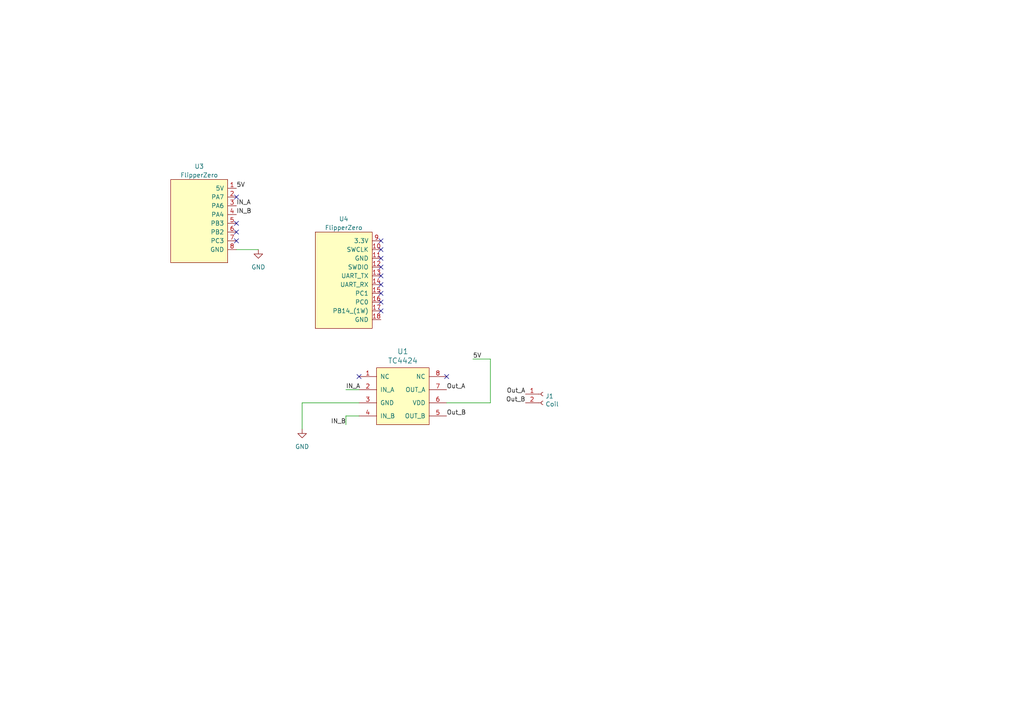
<source format=kicad_sch>
(kicad_sch (version 20230121) (generator eeschema)
  (paper "A4")
  (lib_symbols
    (symbol "Connector:Conn_01x02_Female" (pin_names (offset 1.016) hide)
      (property "Reference" "J" (at 0 2.54 0))
      (property "Value" "Conn_01x02_Female" (at 0 -5.08 0))
      (symbol "Conn_01x02_Female_1_1"
        (arc (start 0 -2.032) (mid -0.5058 -2.54) (end 0 -3.048) (stroke (width 0.1524)))
        (polyline (pts (xy -1.27 -2.54) (xy -0.508 -2.54)) (stroke (width 0.1524)))
        (polyline (pts (xy -1.27 0) (xy -0.508 0)) (stroke (width 0.1524)))
        (arc (start 0 0.508) (mid -0.5058 0) (end 0 -0.508) (stroke (width 0.1524)))
        (pin passive line (at -5.08 0 0) (length 3.81) (name "Pin_1") (number "1"))
        (pin passive line (at -5.08 -2.54 0) (length 3.81) (name "Pin_2") (number "2"))
      )
    )
    (symbol "FlipperZero-lomalkin_kicad_symbols_1" (pin_names (offset 1.016))
      (property "Reference" "U3" (at 0.7874 30.861 0))
      (property "Value" "FlipperZero" (at 0.7874 28.5496 0))
      (symbol "FlipperZero-lomalkin_kicad_symbols_1_1_1"
        (rectangle (start -8.89 26.67) (end 7.62 2.54) (fill (type background)))
        (pin input line (at 10.16 24.13 180) (length 2.54) (name "5V") (number "1"))
        (pin input line (at 10.16 21.59 180) (length 2.54) (name "PA7") (number "2"))
        (pin input line (at 10.16 19.05 180) (length 2.54) (name "PA6") (number "3"))
        (pin input line (at 10.16 16.51 180) (length 2.54) (name "PA4") (number "4"))
        (pin input line (at 10.16 13.97 180) (length 2.54) (name "PB3") (number "5"))
        (pin input line (at 10.16 11.43 180) (length 2.54) (name "PB2") (number "6"))
        (pin input line (at 10.16 8.89 180) (length 2.54) (name "PC3") (number "7"))
        (pin input line (at 10.16 6.35 180) (length 2.54) (name "GND") (number "8"))
      )
    )
    (symbol "FlipperZero-lomalkin_kicad_symbols_2" (pin_names (offset 1.016))
      (property "Reference" "U2" (at 0.7874 30.861 0))
      (property "Value" "FlipperZero" (at 0.7874 28.5496 0))
      (symbol "FlipperZero-lomalkin_kicad_symbols_2_1_1"
        (rectangle (start -8.89 3.81) (end 7.62 -24.13) (fill (type background)))
        (pin input line (at 10.16 -1.27 180) (length 2.54) (name "SWCLK") (number "10"))
        (pin input line (at 10.16 -3.81 180) (length 2.54) (name "GND") (number "11"))
        (pin input line (at 10.16 -6.35 180) (length 2.54) (name "SWDIO") (number "12"))
        (pin input line (at 10.16 -8.89 180) (length 2.54) (name "UART_TX") (number "13"))
        (pin input line (at 10.16 -11.43 180) (length 2.54) (name "UART_RX") (number "14"))
        (pin input line (at 10.16 -13.97 180) (length 2.54) (name "PC1") (number "15"))
        (pin input line (at 10.16 -16.51 180) (length 2.54) (name "PC0") (number "16"))
        (pin input line (at 10.16 -19.05 180) (length 2.54) (name "PB14_(1W)") (number "17"))
        (pin input line (at 10.16 -21.59 180) (length 2.54) (name "GND") (number "18"))
        (pin input line (at 10.16 1.27 180) (length 2.54) (name "3.3V") (number "9"))
      )
    )
    (symbol "Magspoof_V3-rescue:TC4424-electroniccats" (pin_names (offset 1.016))
      (property "Reference" "U" (at -7.62 10.16 0))
      (property "Value" "TC4424-electroniccats" (at 3.81 10.16 0))
      (symbol "TC4424-electroniccats_0_1"
        (rectangle (start -7.62 8.89) (end 7.62 -7.62) (fill (type background)))
      )
      (symbol "TC4424-electroniccats_1_1"
        (pin input line (at -12.7 6.35 0) (length 5.08) (name "NC") (number "1"))
        (pin input line (at -12.7 2.54 0) (length 5.08) (name "IN_A") (number "2"))
        (pin input line (at -12.7 -1.27 0) (length 5.08) (name "GND") (number "3"))
        (pin input line (at -12.7 -5.08 0) (length 5.08) (name "IN_B") (number "4"))
        (pin input line (at 12.7 -5.08 180) (length 5.08) (name "OUT_B") (number "5"))
        (pin input line (at 12.7 -1.27 180) (length 5.08) (name "VDD") (number "6"))
        (pin input line (at 12.7 2.54 180) (length 5.08) (name "OUT_A") (number "7"))
        (pin input line (at 12.7 6.35 180) (length 5.08) (name "NC") (number "8"))
      )
    )
    (symbol "power:GND" (power) (pin_names (offset 0))
      (property "Value" "GND" (at 0 -3.81 0))
      (symbol "GND_0_1"
        (polyline (pts (xy 0 0) (xy 0 -1.27) (xy 1.27 -1.27) (xy 0 -2.54) (xy -1.27 -1.27) (xy 0 -1.27)))
      )
      (symbol "GND_1_1"
        (pin power_in line (at 0 0 270) (length 0) hide (name "GND") (number "1"))
      )
    )
  )
  (no_connect (at 110.49 90.17))
  (no_connect (at 110.49 85.09))
  (no_connect (at 68.58 67.31))
  (no_connect (at 110.49 82.55))
  (no_connect (at 68.58 64.77))
  (no_connect (at 129.54 109.22))
  (no_connect (at 110.49 77.47))
  (no_connect (at 110.49 72.39))
  (no_connect (at 110.49 80.01))
  (no_connect (at 104.14 109.22))
  (no_connect (at 68.58 57.15))
  (no_connect (at 68.58 69.85))
  (no_connect (at 110.49 69.85))
  (no_connect (at 110.49 87.63))
  (no_connect (at 110.49 74.93))
  (wire (pts (xy 100.33 120.65) (xy 100.33 123.19)))
  (wire (pts (xy 100.33 113.03) (xy 104.14 113.03)))
  (wire (pts (xy 104.14 120.65) (xy 100.33 120.65)))
  (wire (pts (xy 137.16 104.14) (xy 142.24 104.14)))
  (wire (pts (xy 68.58 72.39) (xy 74.93 72.39)))
  (wire (pts (xy 87.63 116.84) (xy 104.14 116.84)))
  (wire (pts (xy 142.24 116.84) (xy 129.54 116.84)))
  (wire (pts (xy 142.24 104.14) (xy 142.24 116.84)))
  (wire (pts (xy 87.63 124.46) (xy 87.63 116.84)))
  (label "Out_B" (at 152.4 116.84 180))
  (label "5V" (at 137.16 104.14 0))
  (label "IN_A" (at 68.58 59.69 0))
  (label "5V" (at 68.58 54.61 0))
  (label "IN_B" (at 68.58 62.23 0))
  (label "IN_A" (at 100.33 113.03 0))
  (label "Out_A" (at 152.4 114.3 180))
  (label "Out_A" (at 129.54 113.03 0))
  (label "IN_B" (at 100.33 123.19 180))
  (label "Out_B" (at 129.54 120.65 0))
  (symbol (lib_id "power:GND") (at 87.63 124.46 0) (unit 1)
    (property "Reference" "#PWR02" (effects hide))
    (property "Value" "GND" (at 87.63 129.54 0))
  )
  (symbol (lib_name "FlipperZero-lomalkin_kicad_symbols_2") (lib_id "flipper-zen-rescue:FlipperZero-lomalkin_kicad_symbols") (at 100.33 71.12 0) (unit 1)
    (property "Reference" "U4" (at 99.695 63.5 0))
    (property "Value" "FlipperZero" (at 99.695 66.04 0))
    (property "Footprint" "Connector_PinHeader_2.54mm:PinHeader_1x10_P2.54mm_Horizontal" (effects hide))
  )
  (symbol (lib_id "Connector:Conn_01x02_Female") (at 157.48 114.3 0) (unit 1)
    (property "Reference" "J1" (at 158.1912 114.9096 0) (effects (justify left)))
    (property "Value" "Coil" (at 158.1912 117.221 0) (effects (justify left)))
    (property "Footprint" "Connector_PinHeader_2.54mm:PinHeader_1x02_P2.54mm_Vertical" (effects hide))
    (property "manf#" "-" (effects hide))
  )
  (symbol (lib_name "FlipperZero-lomalkin_kicad_symbols_1") (lib_id "flipper-zen-rescue:FlipperZero-lomalkin_kicad_symbols") (at 58.42 78.74 0) (unit 1)
    (property "Reference" "U3" (at 57.785 48.26 0))
    (property "Value" "FlipperZero" (at 57.785 50.8 0))
    (property "Footprint" "Connector_PinHeader_2.54mm:PinHeader_1x08_P2.54mm_Horizontal" (effects hide))
  )
  (symbol (lib_id "power:GND") (at 74.93 72.39 0) (unit 1)
    (property "Reference" "#PWR03" (effects hide))
    (property "Value" "GND" (at 74.93 77.47 0))
  )
  (symbol (lib_id "Magspoof_V3-rescue:TC4424-electroniccats") (at 116.84 115.57 0) (unit 1)
    (property "Reference" "U1" (at 116.84 101.9302 0) (effects (font (size 1.524 1.524))))
    (property "Value" "TC4424" (at 116.84 104.6226 0) (effects (font (size 1.524 1.524))))
    (property "Footprint" "Package_SO:SOIC-8_3.9x4.9mm_P1.27mm" (effects hide))
    (property "Datasheet" "https://www.mouser.mx/datasheet/2/268/21998b-53545.pdf" (effects hide))
    (property "manf#" "TC4424AVOA713" (effects hide))
  )
)
</source>
